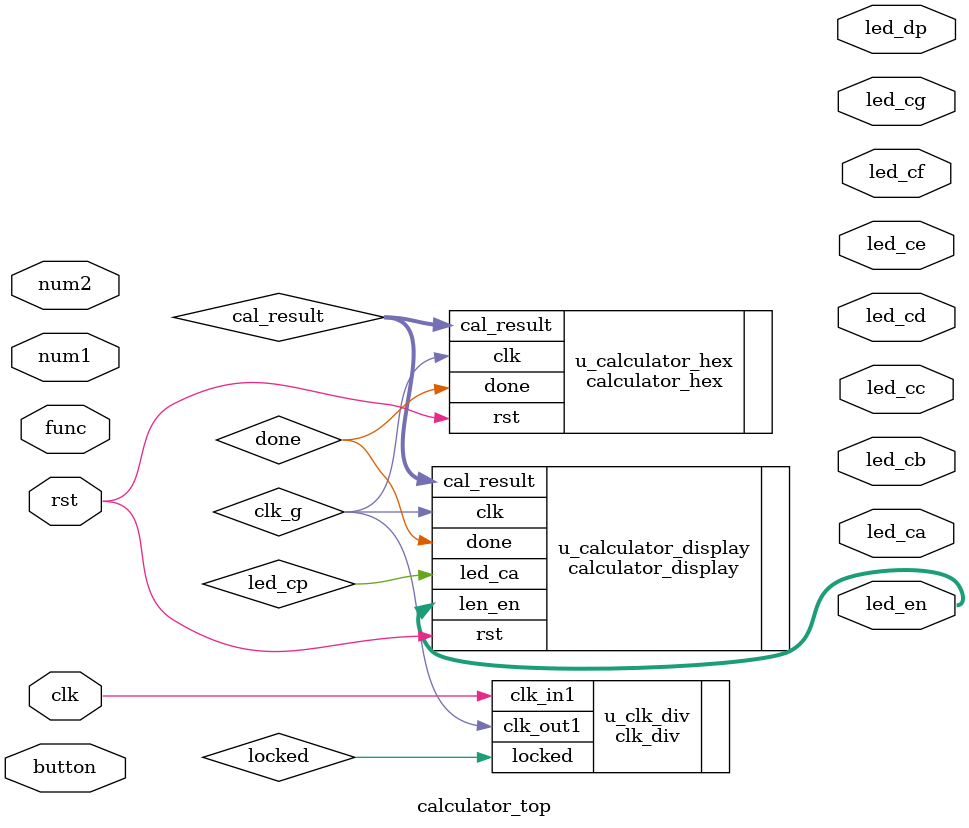
<source format=v>
module calculator_top (
    input wire clk,
    input wire rst,
    input wire button,
    input wire [2:0] func,
    input wire [7:0] num1,
    input wire [7:0] num2,
    output wire [7:0] led_en,
    output wire led_ca,
    output wire led_cb,
    output wire led_cc,
    output wire led_cd,
    output wire led_ce,
    output wire led_cf,
    output wire led_cg,
    output wire led_dp
);    
    wire        clk_g     ;
    wire [31:0] cal_result;
    wire        done      ;
    
    clk_div u_clk_div (
    .clk_in1  (clk),
    .clk_out1 (clk_g),
    .locked   (locked)
    );
    
    calculator_hex u_calculator_hex (
    .clk        (clk_g),
    .rst        (rst),
    .cal_result (cal_result),
    .done       (done)
    );
    
    calculator_display u_calculator_display (
    .clk        (clk_g),
    .rst        (rst),
    .cal_result (cal_result),
    .done       (done),
    .len_en     (led_en),
    .led_ca     (led_ca),
    .led_ca     (led_cb),
    .led_ca     (led_cc),
    .led_ca     (led_cd),
    .led_ca     (led_ce),
    .led_ca     (led_cf),
    .led_ca     (led_cg),
    .led_ca     (led_cp)
    );
    
endmodule

</source>
